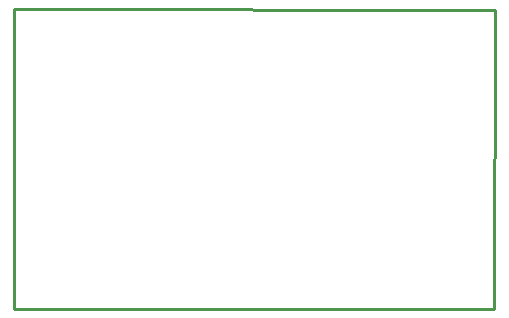
<source format=gko>
G04 Layer: BoardOutlineLayer*
G04 EasyEDA v6.5.3, 2022-04-19 22:15:57*
G04 160cfc1a8d0c4c478010f6dc8366fd90,3d704182bbbd40308880d08212c7ad4d,10*
G04 Gerber Generator version 0.2*
G04 Scale: 100 percent, Rotated: No, Reflected: No *
G04 Dimensions in inches *
G04 leading zeros omitted , absolute positions ,3 integer and 6 decimal *
%FSLAX36Y36*%
%MOIN*%

%ADD10C,0.0100*%
D10*
X200000Y2350000D02*
G01*
X200000Y3350000D01*
X200000Y3350000D02*
G01*
X1805000Y3346500D01*
X1800000Y2350000D01*
X1700000Y2350000D01*
X1700000Y2350000D02*
G01*
X1000000Y2350000D01*
X200000Y2350000D01*

%LPD*%
M02*

</source>
